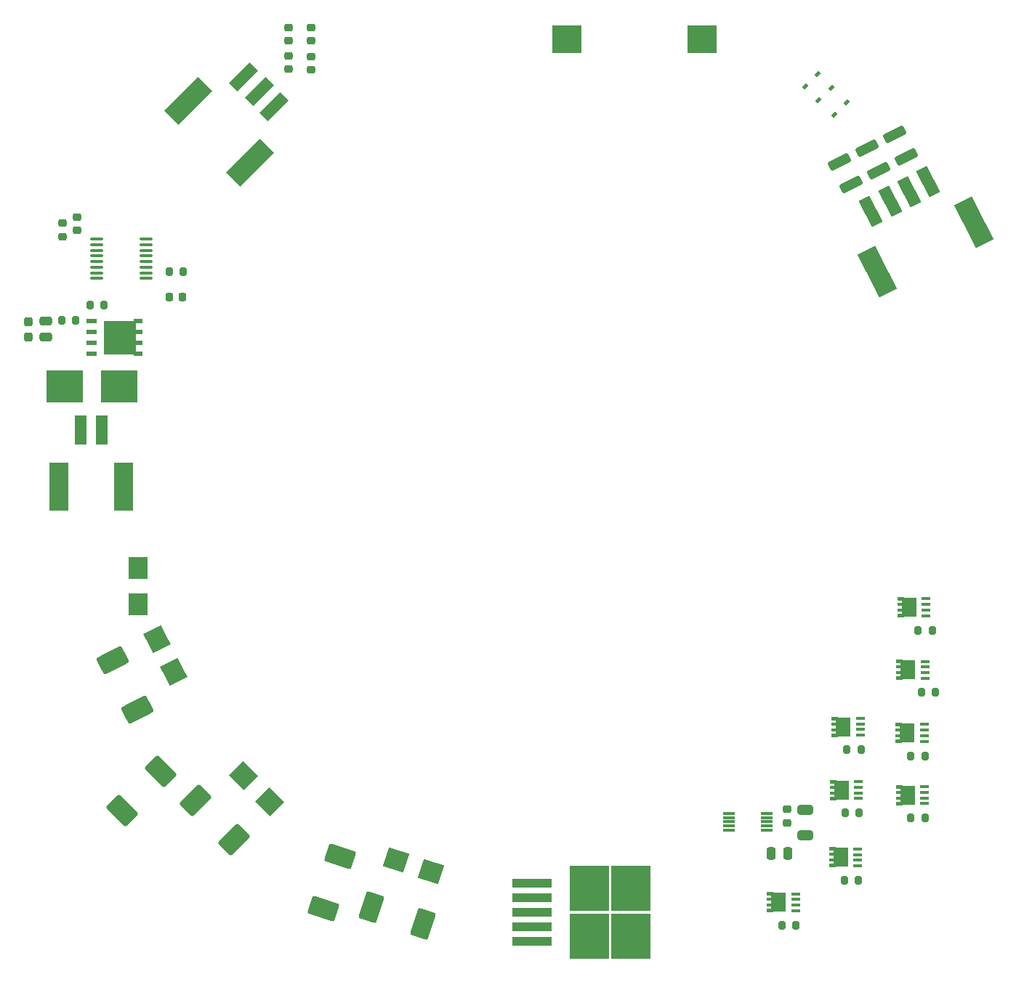
<source format=gbr>
%TF.GenerationSoftware,KiCad,Pcbnew,(6.0.9)*%
%TF.CreationDate,2022-12-31T16:19:11-08:00*%
%TF.ProjectId,LEDArray,4c454441-7272-4617-992e-6b696361645f,rev?*%
%TF.SameCoordinates,Original*%
%TF.FileFunction,Paste,Bot*%
%TF.FilePolarity,Positive*%
%FSLAX46Y46*%
G04 Gerber Fmt 4.6, Leading zero omitted, Abs format (unit mm)*
G04 Created by KiCad (PCBNEW (6.0.9)) date 2022-12-31 16:19:11*
%MOMM*%
%LPD*%
G01*
G04 APERTURE LIST*
G04 Aperture macros list*
%AMRoundRect*
0 Rectangle with rounded corners*
0 $1 Rounding radius*
0 $2 $3 $4 $5 $6 $7 $8 $9 X,Y pos of 4 corners*
0 Add a 4 corners polygon primitive as box body*
4,1,4,$2,$3,$4,$5,$6,$7,$8,$9,$2,$3,0*
0 Add four circle primitives for the rounded corners*
1,1,$1+$1,$2,$3*
1,1,$1+$1,$4,$5*
1,1,$1+$1,$6,$7*
1,1,$1+$1,$8,$9*
0 Add four rect primitives between the rounded corners*
20,1,$1+$1,$2,$3,$4,$5,0*
20,1,$1+$1,$4,$5,$6,$7,0*
20,1,$1+$1,$6,$7,$8,$9,0*
20,1,$1+$1,$8,$9,$2,$3,0*%
%AMRotRect*
0 Rectangle, with rotation*
0 The origin of the aperture is its center*
0 $1 length*
0 $2 width*
0 $3 Rotation angle, in degrees counterclockwise*
0 Add horizontal line*
21,1,$1,$2,0,0,$3*%
%AMFreePoly0*
4,1,21,1.372500,0.787500,0.862500,0.787500,0.862500,0.532500,1.372500,0.532500,1.372500,0.127500,0.862500,0.127500,0.862500,-0.127500,1.372500,-0.127500,1.372500,-0.532500,0.862500,-0.532500,0.862500,-0.787500,1.372500,-0.787500,1.372500,-1.195000,0.612500,-1.195000,0.612500,-1.117500,-0.862500,-1.117500,-0.862500,1.117500,0.612500,1.117500,0.612500,1.195000,1.372500,1.195000,
1.372500,0.787500,1.372500,0.787500,$1*%
G04 Aperture macros list end*
%ADD10R,2.300000X5.600000*%
%ADD11R,1.400000X3.400000*%
%ADD12RotRect,2.300000X5.600000X207.000000*%
%ADD13RotRect,1.400000X3.400000X207.000000*%
%ADD14RotRect,2.300000X5.600000X135.000000*%
%ADD15RotRect,1.400000X3.400000X135.000000*%
%ADD16RoundRect,0.225000X-0.250000X0.225000X-0.250000X-0.225000X0.250000X-0.225000X0.250000X0.225000X0*%
%ADD17R,3.500000X3.300000*%
%ADD18RoundRect,0.250000X-0.650000X0.325000X-0.650000X-0.325000X0.650000X-0.325000X0.650000X0.325000X0*%
%ADD19RoundRect,0.250001X1.072677X-1.229132X1.590280X0.363885X-1.072677X1.229132X-1.590280X-0.363885X0*%
%ADD20RoundRect,0.100000X0.637500X0.100000X-0.637500X0.100000X-0.637500X-0.100000X0.637500X-0.100000X0*%
%ADD21RoundRect,0.250001X-1.627625X0.110631X-0.867192X-1.381803X1.627625X-0.110631X0.867192X1.381803X0*%
%ADD22R,0.990000X0.405000*%
%ADD23FreePoly0,180.000000*%
%ADD24RoundRect,0.200000X-0.200000X-0.275000X0.200000X-0.275000X0.200000X0.275000X-0.200000X0.275000X0*%
%ADD25RoundRect,0.250000X-0.250000X-0.475000X0.250000X-0.475000X0.250000X0.475000X-0.250000X0.475000X0*%
%ADD26RoundRect,0.237500X0.237500X-0.287500X0.237500X0.287500X-0.237500X0.287500X-0.237500X-0.287500X0*%
%ADD27RotRect,2.500000X2.300000X315.000000*%
%ADD28R,1.400000X0.300000*%
%ADD29RoundRect,0.200000X0.200000X0.275000X-0.200000X0.275000X-0.200000X-0.275000X0.200000X-0.275000X0*%
%ADD30RotRect,0.600000X0.450000X225.000000*%
%ADD31RoundRect,0.225000X0.250000X-0.225000X0.250000X0.225000X-0.250000X0.225000X-0.250000X-0.225000X0*%
%ADD32RoundRect,0.250000X1.099704X0.209600X0.815960X0.766479X-1.099704X-0.209600X-0.815960X-0.766479X0*%
%ADD33RoundRect,0.250000X0.475000X-0.250000X0.475000X0.250000X-0.475000X0.250000X-0.475000X-0.250000X0*%
%ADD34R,4.240000X3.810000*%
%ADD35RotRect,2.500000X2.300000X342.000000*%
%ADD36RoundRect,0.250001X-0.397748X1.582150X-1.582150X0.397748X0.397748X-1.582150X1.582150X-0.397748X0*%
%ADD37R,2.300000X2.500000*%
%ADD38R,1.270000X0.610000*%
%ADD39R,1.020000X0.610000*%
%ADD40R,3.810000X3.910000*%
%ADD41RotRect,2.500000X2.300000X297.000000*%
%ADD42RoundRect,0.250001X-1.229132X-1.072677X0.363885X-1.590280X1.229132X1.072677X-0.363885X1.590280X0*%
%ADD43R,4.550000X5.250000*%
%ADD44R,4.600000X1.100000*%
%ADD45RoundRect,0.250001X-1.582150X-0.397748X-0.397748X-1.582150X1.582150X0.397748X0.397748X1.582150X0*%
%ADD46RoundRect,0.218750X0.218750X0.256250X-0.218750X0.256250X-0.218750X-0.256250X0.218750X-0.256250X0*%
G04 APERTURE END LIST*
D10*
%TO.C,J10*%
X161950000Y-84125000D03*
X169550000Y-84125000D03*
D11*
X167000000Y-77525000D03*
X164500000Y-77525000D03*
%TD*%
D12*
%TO.C,J13*%
X257284218Y-59065680D03*
X268600000Y-53300000D03*
D13*
X263287046Y-48599733D03*
X261059530Y-49734709D03*
X258832014Y-50869685D03*
X256604497Y-52004661D03*
%TD*%
D14*
%TO.C,J9*%
X184256245Y-46381245D03*
X177043755Y-39168755D03*
D15*
X187084672Y-39875862D03*
X185316905Y-38108095D03*
X183478427Y-36411039D03*
%TD*%
D16*
%TO.C,C31*%
X246850000Y-121750000D03*
X246850000Y-123300000D03*
%TD*%
D17*
%TO.C,BT1*%
X236950000Y-32000000D03*
X221150000Y-32000000D03*
%TD*%
D18*
%TO.C,C30*%
X248975000Y-121825000D03*
X248975000Y-124775000D03*
%TD*%
D19*
%TO.C,C24*%
X192815008Y-133306493D03*
X194784992Y-127243507D03*
%TD*%
D20*
%TO.C,U16*%
X172112500Y-55300000D03*
X172112500Y-55950000D03*
X172112500Y-56600000D03*
X172112500Y-57250000D03*
X172112500Y-57900000D03*
X172112500Y-58550000D03*
X172112500Y-59200000D03*
X172112500Y-59850000D03*
X166387500Y-59850000D03*
X166387500Y-59200000D03*
X166387500Y-58550000D03*
X166387500Y-57900000D03*
X166387500Y-57250000D03*
X166387500Y-56600000D03*
X166387500Y-55950000D03*
X166387500Y-55300000D03*
%TD*%
D21*
%TO.C,C21*%
X168252905Y-104409917D03*
X171147095Y-110090083D03*
%TD*%
D22*
%TO.C,Q10*%
X255355000Y-111130000D03*
X255355000Y-111790000D03*
X255355000Y-112450000D03*
X255355000Y-113110000D03*
D23*
X253362500Y-112120000D03*
%TD*%
D24*
%TO.C,R14*%
X165600000Y-62975000D03*
X167250000Y-62975000D03*
%TD*%
D25*
%TO.C,C32*%
X244975000Y-126850000D03*
X246875000Y-126850000D03*
%TD*%
D26*
%TO.C,D85*%
X158450000Y-66650000D03*
X158450000Y-64900000D03*
%TD*%
D27*
%TO.C,D89*%
X183534440Y-117859440D03*
X186575000Y-120900000D03*
%TD*%
D28*
%TO.C,U17*%
X244475000Y-122200000D03*
X244475000Y-122700000D03*
X244475000Y-123200000D03*
X244475000Y-123700000D03*
X244475000Y-124200000D03*
X240075000Y-124200000D03*
X240075000Y-123700000D03*
X240075000Y-123200000D03*
X240075000Y-122700000D03*
X240075000Y-122200000D03*
%TD*%
D22*
%TO.C,Q3*%
X263035000Y-97210000D03*
X263035000Y-97870000D03*
X263035000Y-98530000D03*
X263035000Y-99190000D03*
D23*
X261042500Y-98200000D03*
%TD*%
D22*
%TO.C,Q6*%
X255160000Y-118510000D03*
X255160000Y-119170000D03*
X255160000Y-119830000D03*
X255160000Y-120490000D03*
D23*
X253167500Y-119500000D03*
%TD*%
D22*
%TO.C,Q4*%
X255060000Y-126360000D03*
X255060000Y-127020000D03*
X255060000Y-127680000D03*
X255060000Y-128340000D03*
D23*
X253067500Y-127350000D03*
%TD*%
D22*
%TO.C,Q5*%
X262842500Y-119105000D03*
X262842500Y-119765000D03*
X262842500Y-120425000D03*
X262842500Y-121085000D03*
D23*
X260850000Y-120095000D03*
%TD*%
D29*
%TO.C,R2*%
X264100000Y-108100000D03*
X262450000Y-108100000D03*
%TD*%
D30*
%TO.C,D91*%
X253792462Y-39332538D03*
X252307538Y-40817462D03*
%TD*%
D29*
%TO.C,R4*%
X255129999Y-130030000D03*
X253479999Y-130030000D03*
%TD*%
D22*
%TO.C,Q1*%
X247805000Y-131605000D03*
X247805000Y-132265000D03*
X247805000Y-132925000D03*
X247805000Y-133585000D03*
D23*
X245812500Y-132595000D03*
%TD*%
D31*
%TO.C,C27*%
X164125000Y-54275000D03*
X164125000Y-52725000D03*
%TD*%
D32*
%TO.C,F4*%
X260713961Y-45678097D03*
X259386039Y-43071903D03*
%TD*%
D31*
%TO.C,C14*%
X191350000Y-32150000D03*
X191350000Y-30600000D03*
%TD*%
D33*
%TO.C,C20*%
X160450000Y-66725000D03*
X160450000Y-64825000D03*
%TD*%
D29*
%TO.C,R7*%
X262887499Y-115530000D03*
X261237499Y-115530000D03*
%TD*%
D31*
%TO.C,C26*%
X162400000Y-54975000D03*
X162400000Y-53425000D03*
%TD*%
D34*
%TO.C,F3*%
X169040000Y-72475000D03*
X162660000Y-72475000D03*
%TD*%
D16*
%TO.C,C18*%
X188750000Y-30600000D03*
X188750000Y-32150000D03*
%TD*%
D30*
%TO.C,D90*%
X251992462Y-37632538D03*
X250507538Y-39117462D03*
%TD*%
D29*
%TO.C,R13*%
X163975000Y-64775000D03*
X162325000Y-64775000D03*
%TD*%
%TO.C,R12*%
X176475000Y-59075000D03*
X174825000Y-59075000D03*
%TD*%
D22*
%TO.C,Q7*%
X262817500Y-111860000D03*
X262817500Y-112520000D03*
X262817500Y-113180000D03*
X262817500Y-113840000D03*
D23*
X260825000Y-112850000D03*
%TD*%
D30*
%TO.C,D92*%
X250392462Y-36032538D03*
X248907538Y-37517462D03*
%TD*%
D35*
%TO.C,D86*%
X201285455Y-127671223D03*
X205374999Y-128999997D03*
%TD*%
D29*
%TO.C,R3*%
X263725000Y-100875000D03*
X262075000Y-100875000D03*
%TD*%
D32*
%TO.C,F6*%
X254277922Y-48881194D03*
X252950000Y-46275000D03*
%TD*%
D29*
%TO.C,R6*%
X255229999Y-122180000D03*
X253579999Y-122180000D03*
%TD*%
D36*
%TO.C,C23*%
X173853903Y-117346097D03*
X169346097Y-121853903D03*
%TD*%
D29*
%TO.C,R1*%
X247875000Y-135275000D03*
X246225000Y-135275000D03*
%TD*%
D37*
%TO.C,D87*%
X171200000Y-97875000D03*
X171200000Y-93575000D03*
%TD*%
D38*
%TO.C,Q9*%
X165780000Y-68680000D03*
X165780000Y-67410000D03*
X165780000Y-66140000D03*
X165780000Y-64870000D03*
D39*
X171245000Y-64870000D03*
X171245000Y-67410000D03*
X171245000Y-66140000D03*
X171245000Y-68680000D03*
D40*
X169140000Y-66775000D03*
%TD*%
D41*
%TO.C,D88*%
X173448920Y-101909336D03*
X175401080Y-105740664D03*
%TD*%
D29*
%TO.C,R20*%
X255424999Y-114800000D03*
X253774999Y-114800000D03*
%TD*%
D42*
%TO.C,C25*%
X198368507Y-133115008D03*
X204431493Y-135084992D03*
%TD*%
D43*
%TO.C,U18*%
X223800000Y-130975000D03*
X228650000Y-130975000D03*
X228650000Y-136525000D03*
X223800000Y-136525000D03*
D44*
X217075000Y-137150000D03*
X217075000Y-135450000D03*
X217075000Y-133750000D03*
X217075000Y-132050000D03*
X217075000Y-130350000D03*
%TD*%
D29*
%TO.C,R5*%
X262912499Y-122775000D03*
X261262499Y-122775000D03*
%TD*%
D45*
%TO.C,C22*%
X177896097Y-120746097D03*
X182403903Y-125253903D03*
%TD*%
D31*
%TO.C,C15*%
X191350000Y-35550000D03*
X191350000Y-34000000D03*
%TD*%
D16*
%TO.C,C19*%
X188750000Y-33900000D03*
X188750000Y-35450000D03*
%TD*%
D46*
%TO.C,D83*%
X176425000Y-62075000D03*
X174850000Y-62075000D03*
%TD*%
D22*
%TO.C,Q2*%
X262885000Y-104510000D03*
X262885000Y-105170000D03*
X262885000Y-105830000D03*
X262885000Y-106490000D03*
D23*
X260892500Y-105500000D03*
%TD*%
D32*
%TO.C,F5*%
X257477922Y-47281194D03*
X256150000Y-44675000D03*
%TD*%
M02*

</source>
